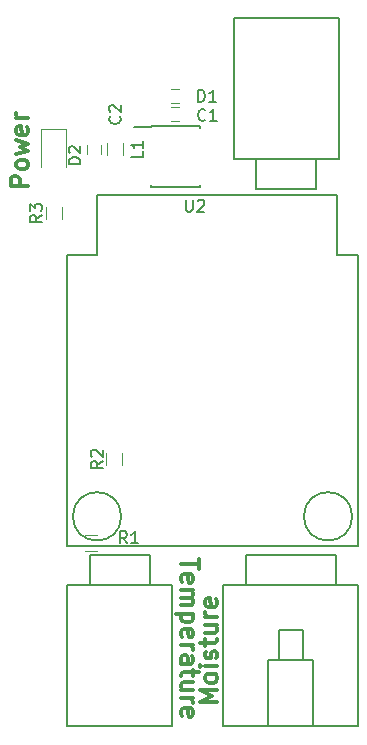
<source format=gbr>
G04 #@! TF.FileFunction,Legend,Top*
%FSLAX46Y46*%
G04 Gerber Fmt 4.6, Leading zero omitted, Abs format (unit mm)*
G04 Created by KiCad (PCBNEW 4.0.7) date 03/27/18 19:04:13*
%MOMM*%
%LPD*%
G01*
G04 APERTURE LIST*
%ADD10C,0.100000*%
%ADD11C,0.300000*%
%ADD12C,0.120000*%
%ADD13C,0.150000*%
G04 APERTURE END LIST*
D10*
D11*
X168674171Y-95979085D02*
X167174171Y-95979085D01*
X167174171Y-95407657D01*
X167245600Y-95264799D01*
X167317029Y-95193371D01*
X167459886Y-95121942D01*
X167674171Y-95121942D01*
X167817029Y-95193371D01*
X167888457Y-95264799D01*
X167959886Y-95407657D01*
X167959886Y-95979085D01*
X168674171Y-94264799D02*
X168602743Y-94407657D01*
X168531314Y-94479085D01*
X168388457Y-94550514D01*
X167959886Y-94550514D01*
X167817029Y-94479085D01*
X167745600Y-94407657D01*
X167674171Y-94264799D01*
X167674171Y-94050514D01*
X167745600Y-93907657D01*
X167817029Y-93836228D01*
X167959886Y-93764799D01*
X168388457Y-93764799D01*
X168531314Y-93836228D01*
X168602743Y-93907657D01*
X168674171Y-94050514D01*
X168674171Y-94264799D01*
X167674171Y-93264799D02*
X168674171Y-92979085D01*
X167959886Y-92693371D01*
X168674171Y-92407656D01*
X167674171Y-92121942D01*
X168602743Y-90979085D02*
X168674171Y-91121942D01*
X168674171Y-91407656D01*
X168602743Y-91550513D01*
X168459886Y-91621942D01*
X167888457Y-91621942D01*
X167745600Y-91550513D01*
X167674171Y-91407656D01*
X167674171Y-91121942D01*
X167745600Y-90979085D01*
X167888457Y-90907656D01*
X168031314Y-90907656D01*
X168174171Y-91621942D01*
X168674171Y-90264799D02*
X167674171Y-90264799D01*
X167959886Y-90264799D02*
X167817029Y-90193371D01*
X167745600Y-90121942D01*
X167674171Y-89979085D01*
X167674171Y-89836228D01*
X184676171Y-139688343D02*
X183176171Y-139688343D01*
X184247600Y-139188343D01*
X183176171Y-138688343D01*
X184676171Y-138688343D01*
X184676171Y-137759771D02*
X184604743Y-137902629D01*
X184533314Y-137974057D01*
X184390457Y-138045486D01*
X183961886Y-138045486D01*
X183819029Y-137974057D01*
X183747600Y-137902629D01*
X183676171Y-137759771D01*
X183676171Y-137545486D01*
X183747600Y-137402629D01*
X183819029Y-137331200D01*
X183961886Y-137259771D01*
X184390457Y-137259771D01*
X184533314Y-137331200D01*
X184604743Y-137402629D01*
X184676171Y-137545486D01*
X184676171Y-137759771D01*
X184676171Y-136616914D02*
X183676171Y-136616914D01*
X183176171Y-136616914D02*
X183247600Y-136688343D01*
X183319029Y-136616914D01*
X183247600Y-136545486D01*
X183176171Y-136616914D01*
X183319029Y-136616914D01*
X184604743Y-135974057D02*
X184676171Y-135831200D01*
X184676171Y-135545485D01*
X184604743Y-135402628D01*
X184461886Y-135331200D01*
X184390457Y-135331200D01*
X184247600Y-135402628D01*
X184176171Y-135545485D01*
X184176171Y-135759771D01*
X184104743Y-135902628D01*
X183961886Y-135974057D01*
X183890457Y-135974057D01*
X183747600Y-135902628D01*
X183676171Y-135759771D01*
X183676171Y-135545485D01*
X183747600Y-135402628D01*
X183676171Y-134902628D02*
X183676171Y-134331199D01*
X183176171Y-134688342D02*
X184461886Y-134688342D01*
X184604743Y-134616914D01*
X184676171Y-134474056D01*
X184676171Y-134331199D01*
X183676171Y-133188342D02*
X184676171Y-133188342D01*
X183676171Y-133831199D02*
X184461886Y-133831199D01*
X184604743Y-133759771D01*
X184676171Y-133616913D01*
X184676171Y-133402628D01*
X184604743Y-133259771D01*
X184533314Y-133188342D01*
X184676171Y-132474056D02*
X183676171Y-132474056D01*
X183961886Y-132474056D02*
X183819029Y-132402628D01*
X183747600Y-132331199D01*
X183676171Y-132188342D01*
X183676171Y-132045485D01*
X184604743Y-130974057D02*
X184676171Y-131116914D01*
X184676171Y-131402628D01*
X184604743Y-131545485D01*
X184461886Y-131616914D01*
X183890457Y-131616914D01*
X183747600Y-131545485D01*
X183676171Y-131402628D01*
X183676171Y-131116914D01*
X183747600Y-130974057D01*
X183890457Y-130902628D01*
X184033314Y-130902628D01*
X184176171Y-131616914D01*
X183142629Y-127565201D02*
X183142629Y-128422344D01*
X181642629Y-127993773D02*
X183142629Y-127993773D01*
X181714057Y-129493772D02*
X181642629Y-129350915D01*
X181642629Y-129065201D01*
X181714057Y-128922344D01*
X181856914Y-128850915D01*
X182428343Y-128850915D01*
X182571200Y-128922344D01*
X182642629Y-129065201D01*
X182642629Y-129350915D01*
X182571200Y-129493772D01*
X182428343Y-129565201D01*
X182285486Y-129565201D01*
X182142629Y-128850915D01*
X181642629Y-130208058D02*
X182642629Y-130208058D01*
X182499771Y-130208058D02*
X182571200Y-130279486D01*
X182642629Y-130422344D01*
X182642629Y-130636629D01*
X182571200Y-130779486D01*
X182428343Y-130850915D01*
X181642629Y-130850915D01*
X182428343Y-130850915D02*
X182571200Y-130922344D01*
X182642629Y-131065201D01*
X182642629Y-131279486D01*
X182571200Y-131422344D01*
X182428343Y-131493772D01*
X181642629Y-131493772D01*
X182642629Y-132208058D02*
X181142629Y-132208058D01*
X182571200Y-132208058D02*
X182642629Y-132350915D01*
X182642629Y-132636629D01*
X182571200Y-132779486D01*
X182499771Y-132850915D01*
X182356914Y-132922344D01*
X181928343Y-132922344D01*
X181785486Y-132850915D01*
X181714057Y-132779486D01*
X181642629Y-132636629D01*
X181642629Y-132350915D01*
X181714057Y-132208058D01*
X181714057Y-134136629D02*
X181642629Y-133993772D01*
X181642629Y-133708058D01*
X181714057Y-133565201D01*
X181856914Y-133493772D01*
X182428343Y-133493772D01*
X182571200Y-133565201D01*
X182642629Y-133708058D01*
X182642629Y-133993772D01*
X182571200Y-134136629D01*
X182428343Y-134208058D01*
X182285486Y-134208058D01*
X182142629Y-133493772D01*
X181642629Y-134850915D02*
X182642629Y-134850915D01*
X182356914Y-134850915D02*
X182499771Y-134922343D01*
X182571200Y-134993772D01*
X182642629Y-135136629D01*
X182642629Y-135279486D01*
X181642629Y-136422343D02*
X182428343Y-136422343D01*
X182571200Y-136350914D01*
X182642629Y-136208057D01*
X182642629Y-135922343D01*
X182571200Y-135779486D01*
X181714057Y-136422343D02*
X181642629Y-136279486D01*
X181642629Y-135922343D01*
X181714057Y-135779486D01*
X181856914Y-135708057D01*
X181999771Y-135708057D01*
X182142629Y-135779486D01*
X182214057Y-135922343D01*
X182214057Y-136279486D01*
X182285486Y-136422343D01*
X182642629Y-136922343D02*
X182642629Y-137493772D01*
X183142629Y-137136629D02*
X181856914Y-137136629D01*
X181714057Y-137208057D01*
X181642629Y-137350915D01*
X181642629Y-137493772D01*
X182642629Y-138636629D02*
X181642629Y-138636629D01*
X182642629Y-137993772D02*
X181856914Y-137993772D01*
X181714057Y-138065200D01*
X181642629Y-138208058D01*
X181642629Y-138422343D01*
X181714057Y-138565200D01*
X181785486Y-138636629D01*
X181642629Y-139350915D02*
X182642629Y-139350915D01*
X182356914Y-139350915D02*
X182499771Y-139422343D01*
X182571200Y-139493772D01*
X182642629Y-139636629D01*
X182642629Y-139779486D01*
X181714057Y-140850914D02*
X181642629Y-140708057D01*
X181642629Y-140422343D01*
X181714057Y-140279486D01*
X181856914Y-140208057D01*
X182428343Y-140208057D01*
X182571200Y-140279486D01*
X182642629Y-140422343D01*
X182642629Y-140708057D01*
X182571200Y-140850914D01*
X182428343Y-140922343D01*
X182285486Y-140922343D01*
X182142629Y-140208057D01*
D12*
X180752000Y-89316000D02*
X181452000Y-89316000D01*
X181452000Y-90516000D02*
X180752000Y-90516000D01*
X174844000Y-92548000D02*
X174844000Y-93248000D01*
X173644000Y-93248000D02*
X173644000Y-92548000D01*
X175342000Y-93380000D02*
X175342000Y-92380000D01*
X176702000Y-92380000D02*
X176702000Y-93380000D01*
X173490000Y-125558000D02*
X174490000Y-125558000D01*
X174490000Y-126918000D02*
X173490000Y-126918000D01*
D13*
X186055000Y-93726000D02*
X194945000Y-93726000D01*
X194945000Y-93726000D02*
X194945000Y-81788000D01*
X193040000Y-96266000D02*
X187960000Y-96266000D01*
X186055000Y-81788000D02*
X194945000Y-81788000D01*
X186055000Y-93726000D02*
X186055000Y-81788000D01*
X193040000Y-93726000D02*
X193040000Y-96266000D01*
X187960000Y-96266000D02*
X187960000Y-93726000D01*
X179027000Y-90897000D02*
X179027000Y-90947000D01*
X183177000Y-90897000D02*
X183177000Y-91042000D01*
X183177000Y-96047000D02*
X183177000Y-95902000D01*
X179027000Y-96047000D02*
X179027000Y-95902000D01*
X179027000Y-90897000D02*
X183177000Y-90897000D01*
X179027000Y-96047000D02*
X183177000Y-96047000D01*
X179027000Y-90947000D02*
X177627000Y-90947000D01*
X196596000Y-129794000D02*
X185166000Y-129794000D01*
X185166000Y-129794000D02*
X185166000Y-141732000D01*
X188976000Y-136144000D02*
X192786000Y-136144000D01*
X191897000Y-133604000D02*
X189865000Y-133604000D01*
X187071000Y-127254000D02*
X194691000Y-127254000D01*
X196596000Y-141732000D02*
X185166000Y-141732000D01*
X189865000Y-136144000D02*
X189865000Y-133604000D01*
X188976000Y-141732000D02*
X188976000Y-136144000D01*
X192786000Y-141732000D02*
X192786000Y-141224000D01*
X196596000Y-129794000D02*
X196596000Y-141732000D01*
X192786000Y-137414000D02*
X192786000Y-136144000D01*
X192786000Y-137414000D02*
X192786000Y-141224000D01*
X191897000Y-136144000D02*
X191897000Y-133604000D01*
X187071000Y-129794000D02*
X187071000Y-127254000D01*
X194691000Y-127254000D02*
X194691000Y-129794000D01*
X180848000Y-129794000D02*
X171958000Y-129794000D01*
X171958000Y-129794000D02*
X171958000Y-141732000D01*
X173863000Y-127254000D02*
X178943000Y-127254000D01*
X180848000Y-141732000D02*
X171958000Y-141732000D01*
X180848000Y-129794000D02*
X180848000Y-141732000D01*
X173863000Y-129794000D02*
X173863000Y-127254000D01*
X178943000Y-127254000D02*
X178943000Y-129794000D01*
D12*
X180752000Y-87792000D02*
X181452000Y-87792000D01*
X181452000Y-88992000D02*
X180752000Y-88992000D01*
D13*
X196103813Y-123952000D02*
G75*
G03X196103813Y-123952000I-2047813J0D01*
G01*
X176545813Y-123952000D02*
G75*
G03X176545813Y-123952000I-2047813J0D01*
G01*
X194818000Y-101854000D02*
X196596000Y-101854000D01*
X171958000Y-101854000D02*
X174498000Y-101854000D01*
X174498000Y-96774000D02*
X194818000Y-96774000D01*
X174498000Y-101854000D02*
X174498000Y-96774000D01*
X194818000Y-96774000D02*
X194818000Y-101854000D01*
X196596000Y-101854000D02*
X196596000Y-126492000D01*
X196596000Y-126492000D02*
X171958000Y-126492000D01*
X171958000Y-126492000D02*
X171958000Y-101854000D01*
D12*
X176651200Y-118608400D02*
X176651200Y-119608400D01*
X175291200Y-119608400D02*
X175291200Y-118608400D01*
X171900400Y-91194400D02*
X169780400Y-91194400D01*
X171900400Y-94394400D02*
X171900400Y-91194400D01*
X169780400Y-91194400D02*
X169780400Y-94394400D01*
X171520400Y-97780400D02*
X171520400Y-98780400D01*
X170160400Y-98780400D02*
X170160400Y-97780400D01*
D13*
X183678534Y-90374743D02*
X183630915Y-90422362D01*
X183488058Y-90469981D01*
X183392820Y-90469981D01*
X183249962Y-90422362D01*
X183154724Y-90327124D01*
X183107105Y-90231886D01*
X183059486Y-90041410D01*
X183059486Y-89898552D01*
X183107105Y-89708076D01*
X183154724Y-89612838D01*
X183249962Y-89517600D01*
X183392820Y-89469981D01*
X183488058Y-89469981D01*
X183630915Y-89517600D01*
X183678534Y-89565219D01*
X184630915Y-90469981D02*
X184059486Y-90469981D01*
X184345200Y-90469981D02*
X184345200Y-89469981D01*
X184249962Y-89612838D01*
X184154724Y-89708076D01*
X184059486Y-89755695D01*
X176429943Y-90082666D02*
X176477562Y-90130285D01*
X176525181Y-90273142D01*
X176525181Y-90368380D01*
X176477562Y-90511238D01*
X176382324Y-90606476D01*
X176287086Y-90654095D01*
X176096610Y-90701714D01*
X175953752Y-90701714D01*
X175763276Y-90654095D01*
X175668038Y-90606476D01*
X175572800Y-90511238D01*
X175525181Y-90368380D01*
X175525181Y-90273142D01*
X175572800Y-90130285D01*
X175620419Y-90082666D01*
X175620419Y-89701714D02*
X175572800Y-89654095D01*
X175525181Y-89558857D01*
X175525181Y-89320761D01*
X175572800Y-89225523D01*
X175620419Y-89177904D01*
X175715657Y-89130285D01*
X175810895Y-89130285D01*
X175953752Y-89177904D01*
X176525181Y-89749333D01*
X176525181Y-89130285D01*
X178374381Y-93046666D02*
X178374381Y-93522857D01*
X177374381Y-93522857D01*
X178374381Y-92189523D02*
X178374381Y-92760952D01*
X178374381Y-92475238D02*
X177374381Y-92475238D01*
X177517238Y-92570476D01*
X177612476Y-92665714D01*
X177660095Y-92760952D01*
X177023734Y-126233181D02*
X176690400Y-125756990D01*
X176452305Y-126233181D02*
X176452305Y-125233181D01*
X176833258Y-125233181D01*
X176928496Y-125280800D01*
X176976115Y-125328419D01*
X177023734Y-125423657D01*
X177023734Y-125566514D01*
X176976115Y-125661752D01*
X176928496Y-125709371D01*
X176833258Y-125756990D01*
X176452305Y-125756990D01*
X177976115Y-126233181D02*
X177404686Y-126233181D01*
X177690400Y-126233181D02*
X177690400Y-125233181D01*
X177595162Y-125376038D01*
X177499924Y-125471276D01*
X177404686Y-125518895D01*
X182016495Y-97140781D02*
X182016495Y-97950305D01*
X182064114Y-98045543D01*
X182111733Y-98093162D01*
X182206971Y-98140781D01*
X182397448Y-98140781D01*
X182492686Y-98093162D01*
X182540305Y-98045543D01*
X182587924Y-97950305D01*
X182587924Y-97140781D01*
X183016495Y-97236019D02*
X183064114Y-97188400D01*
X183159352Y-97140781D01*
X183397448Y-97140781D01*
X183492686Y-97188400D01*
X183540305Y-97236019D01*
X183587924Y-97331257D01*
X183587924Y-97426495D01*
X183540305Y-97569352D01*
X182968876Y-98140781D01*
X183587924Y-98140781D01*
X183056305Y-88844381D02*
X183056305Y-87844381D01*
X183294400Y-87844381D01*
X183437258Y-87892000D01*
X183532496Y-87987238D01*
X183580115Y-88082476D01*
X183627734Y-88272952D01*
X183627734Y-88415810D01*
X183580115Y-88606286D01*
X183532496Y-88701524D01*
X183437258Y-88796762D01*
X183294400Y-88844381D01*
X183056305Y-88844381D01*
X184580115Y-88844381D02*
X184008686Y-88844381D01*
X184294400Y-88844381D02*
X184294400Y-87844381D01*
X184199162Y-87987238D01*
X184103924Y-88082476D01*
X184008686Y-88130095D01*
X174973581Y-119275066D02*
X174497390Y-119608400D01*
X174973581Y-119846495D02*
X173973581Y-119846495D01*
X173973581Y-119465542D01*
X174021200Y-119370304D01*
X174068819Y-119322685D01*
X174164057Y-119275066D01*
X174306914Y-119275066D01*
X174402152Y-119322685D01*
X174449771Y-119370304D01*
X174497390Y-119465542D01*
X174497390Y-119846495D01*
X174068819Y-118894114D02*
X174021200Y-118846495D01*
X173973581Y-118751257D01*
X173973581Y-118513161D01*
X174021200Y-118417923D01*
X174068819Y-118370304D01*
X174164057Y-118322685D01*
X174259295Y-118322685D01*
X174402152Y-118370304D01*
X174973581Y-118941733D01*
X174973581Y-118322685D01*
X173092781Y-94132495D02*
X172092781Y-94132495D01*
X172092781Y-93894400D01*
X172140400Y-93751542D01*
X172235638Y-93656304D01*
X172330876Y-93608685D01*
X172521352Y-93561066D01*
X172664210Y-93561066D01*
X172854686Y-93608685D01*
X172949924Y-93656304D01*
X173045162Y-93751542D01*
X173092781Y-93894400D01*
X173092781Y-94132495D01*
X172188019Y-93180114D02*
X172140400Y-93132495D01*
X172092781Y-93037257D01*
X172092781Y-92799161D01*
X172140400Y-92703923D01*
X172188019Y-92656304D01*
X172283257Y-92608685D01*
X172378495Y-92608685D01*
X172521352Y-92656304D01*
X173092781Y-93227733D01*
X173092781Y-92608685D01*
X169842781Y-98447066D02*
X169366590Y-98780400D01*
X169842781Y-99018495D02*
X168842781Y-99018495D01*
X168842781Y-98637542D01*
X168890400Y-98542304D01*
X168938019Y-98494685D01*
X169033257Y-98447066D01*
X169176114Y-98447066D01*
X169271352Y-98494685D01*
X169318971Y-98542304D01*
X169366590Y-98637542D01*
X169366590Y-99018495D01*
X168842781Y-98113733D02*
X168842781Y-97494685D01*
X169223733Y-97828019D01*
X169223733Y-97685161D01*
X169271352Y-97589923D01*
X169318971Y-97542304D01*
X169414210Y-97494685D01*
X169652305Y-97494685D01*
X169747543Y-97542304D01*
X169795162Y-97589923D01*
X169842781Y-97685161D01*
X169842781Y-97970876D01*
X169795162Y-98066114D01*
X169747543Y-98113733D01*
M02*

</source>
